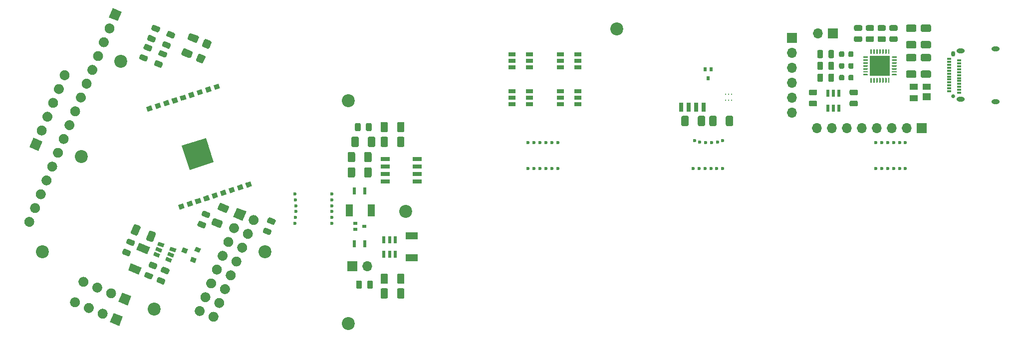
<source format=gbr>
%TF.GenerationSoftware,KiCad,Pcbnew,5.1.6*%
%TF.CreationDate,2020-08-23T11:13:54-07:00*%
%TF.ProjectId,plant_station_v3,706c616e-745f-4737-9461-74696f6e5f76,rev?*%
%TF.SameCoordinates,Original*%
%TF.FileFunction,Soldermask,Top*%
%TF.FilePolarity,Negative*%
%FSLAX46Y46*%
G04 Gerber Fmt 4.6, Leading zero omitted, Abs format (unit mm)*
G04 Created by KiCad (PCBNEW 5.1.6) date 2020-08-23 11:13:54*
%MOMM*%
%LPD*%
G01*
G04 APERTURE LIST*
%ADD10C,0.600000*%
%ADD11O,1.700000X1.700000*%
%ADD12R,1.700000X1.700000*%
%ADD13C,2.200000*%
%ADD14R,0.600000X1.250000*%
%ADD15C,0.100000*%
%ADD16R,1.525000X0.650000*%
%ADD17R,0.500000X1.250000*%
%ADD18R,0.480000X0.640000*%
%ADD19R,0.640000X0.480000*%
%ADD20R,1.300000X0.700000*%
%ADD21R,1.250000X2.000000*%
%ADD22R,3.350000X3.350000*%
%ADD23C,0.260000*%
%ADD24R,0.700000X1.600000*%
%ADD25R,1.400000X1.200000*%
%ADD26R,1.400000X1.000000*%
%ADD27O,1.400000X0.800000*%
%ADD28R,0.700000X0.300000*%
%ADD29O,0.650000X0.950000*%
%ADD30C,0.650000*%
%ADD31R,2.000000X1.250000*%
G04 APERTURE END LIST*
D10*
%TO.C,REF\u002A\u002A*%
X112400000Y-89000000D03*
%TD*%
%TO.C,REF\u002A\u002A*%
X112500000Y-90000000D03*
%TD*%
%TO.C,REF\u002A\u002A*%
X112600000Y-91000000D03*
%TD*%
%TO.C,REF\u002A\u002A*%
X112600000Y-92000000D03*
%TD*%
%TO.C,REF\u002A\u002A*%
X112500000Y-93000000D03*
%TD*%
%TO.C,REF\u002A\u002A*%
X112400000Y-94000000D03*
%TD*%
%TO.C,REF\u002A\u002A*%
X118700000Y-94000000D03*
%TD*%
%TO.C,REF\u002A\u002A*%
X118700000Y-93000000D03*
%TD*%
%TO.C,REF\u002A\u002A*%
X118700000Y-92000000D03*
%TD*%
%TO.C,REF\u002A\u002A*%
X118700000Y-91000000D03*
%TD*%
%TO.C,REF\u002A\u002A*%
X118700000Y-90000000D03*
%TD*%
%TO.C,REF\u002A\u002A*%
X118700000Y-89000000D03*
%TD*%
%TO.C,REF\u002A\u002A*%
X152000000Y-80300000D03*
%TD*%
%TO.C,REF\u002A\u002A*%
X153000000Y-80300000D03*
%TD*%
%TO.C,REF\u002A\u002A*%
X154000000Y-80300000D03*
%TD*%
%TO.C,REF\u002A\u002A*%
X155000000Y-80300000D03*
%TD*%
%TO.C,REF\u002A\u002A*%
X156000000Y-80300000D03*
%TD*%
%TO.C,REF\u002A\u002A*%
X157000000Y-80300000D03*
%TD*%
%TO.C,REF\u002A\u002A*%
X157000000Y-84700000D03*
%TD*%
%TO.C,REF\u002A\u002A*%
X156000000Y-84700000D03*
%TD*%
%TO.C,REF\u002A\u002A*%
X155000000Y-84700000D03*
%TD*%
%TO.C,REF\u002A\u002A*%
X154000000Y-84700000D03*
%TD*%
%TO.C,REF\u002A\u002A*%
X153000000Y-84700000D03*
%TD*%
%TO.C,REF\u002A\u002A*%
X152000000Y-84700000D03*
%TD*%
%TO.C,REF\u002A\u002A*%
X180200000Y-79900000D03*
%TD*%
%TO.C,REF\u002A\u002A*%
X181100000Y-80200000D03*
%TD*%
%TO.C,REF\u002A\u002A*%
X182100000Y-80300000D03*
%TD*%
%TO.C,REF\u002A\u002A*%
X183100000Y-80300000D03*
%TD*%
%TO.C,REF\u002A\u002A*%
X184100000Y-80200000D03*
%TD*%
%TO.C,REF\u002A\u002A*%
X185000000Y-79900000D03*
%TD*%
%TO.C,REF\u002A\u002A*%
X185000000Y-84700000D03*
%TD*%
%TO.C,REF\u002A\u002A*%
X184000000Y-84700000D03*
%TD*%
%TO.C,REF\u002A\u002A*%
X183000000Y-84700000D03*
%TD*%
%TO.C,REF\u002A\u002A*%
X182000000Y-84700000D03*
%TD*%
%TO.C,REF\u002A\u002A*%
X181000000Y-84700000D03*
%TD*%
%TO.C,REF\u002A\u002A*%
X180000000Y-84700000D03*
%TD*%
%TO.C,REF\u002A\u002A*%
X216000000Y-80300000D03*
%TD*%
%TO.C,REF\u002A\u002A*%
X215000000Y-80300000D03*
%TD*%
%TO.C,REF\u002A\u002A*%
X214000000Y-80300000D03*
%TD*%
%TO.C,REF\u002A\u002A*%
X213000000Y-80300000D03*
%TD*%
%TO.C,REF\u002A\u002A*%
X212000000Y-80300000D03*
%TD*%
%TO.C,REF\u002A\u002A*%
X211000000Y-80300000D03*
%TD*%
%TO.C,REF\u002A\u002A*%
X216000000Y-84700000D03*
%TD*%
%TO.C,REF\u002A\u002A*%
X215000000Y-84700000D03*
%TD*%
%TO.C,REF\u002A\u002A*%
X214000000Y-84700000D03*
%TD*%
%TO.C,REF\u002A\u002A*%
X213000000Y-84700000D03*
%TD*%
%TO.C,REF\u002A\u002A*%
X212000000Y-84700000D03*
%TD*%
%TO.C,REF\u002A\u002A*%
X211000000Y-84700000D03*
%TD*%
D11*
%TO.C,J7*%
X200995000Y-77855000D03*
X203535000Y-77855000D03*
X206075000Y-77855000D03*
X208615000Y-77855000D03*
X211155000Y-77855000D03*
X213695000Y-77855000D03*
X216235000Y-77855000D03*
D12*
X218775000Y-77855000D03*
%TD*%
D13*
%TO.C,REF\u002A\u002A*%
X167005000Y-60990000D03*
%TD*%
D14*
%TO.C,FB1*%
X122500000Y-88474375D03*
X124300000Y-88474375D03*
%TD*%
D13*
%TO.C,REF\u002A\u002A*%
X121475000Y-73200000D03*
%TD*%
%TO.C,REF\u002A\u002A*%
X131195000Y-92000000D03*
%TD*%
%TO.C,REF\u002A\u002A*%
X121475000Y-111000000D03*
%TD*%
%TO.C,R10*%
G36*
G01*
X96840175Y-94836517D02*
X95997135Y-94487318D01*
G75*
G02*
X95865218Y-94168843I93279J225196D01*
G01*
X96051776Y-93718452D01*
G75*
G02*
X96370251Y-93586535I225196J-93279D01*
G01*
X97213291Y-93935734D01*
G75*
G02*
X97345208Y-94254209I-93279J-225196D01*
G01*
X97158650Y-94704600D01*
G75*
G02*
X96840175Y-94836517I-225196J93279D01*
G01*
G37*
G36*
G01*
X97557707Y-93104243D02*
X96714667Y-92755044D01*
G75*
G02*
X96582750Y-92436569I93279J225196D01*
G01*
X96769308Y-91986178D01*
G75*
G02*
X97087783Y-91854261I225196J-93279D01*
G01*
X97930823Y-92203460D01*
G75*
G02*
X98062740Y-92521935I-93279J-225196D01*
G01*
X97876182Y-92972326D01*
G75*
G02*
X97557707Y-93104243I-225196J93279D01*
G01*
G37*
%TD*%
%TO.C,C6*%
G36*
G01*
X100613468Y-92178138D02*
X99458618Y-91699784D01*
G75*
G02*
X99323319Y-91373143I95671J230970D01*
G01*
X99610332Y-90680233D01*
G75*
G02*
X99936973Y-90544934I230970J-95671D01*
G01*
X101091822Y-91023288D01*
G75*
G02*
X101227121Y-91349929I-95671J-230970D01*
G01*
X100940108Y-92042839D01*
G75*
G02*
X100613467Y-92178138I-230970J95671D01*
G01*
G37*
G36*
G01*
X99541954Y-94765000D02*
X98387104Y-94286646D01*
G75*
G02*
X98251805Y-93960005I95671J230970D01*
G01*
X98538818Y-93267095D01*
G75*
G02*
X98865459Y-93131796I230970J-95671D01*
G01*
X100020308Y-93610150D01*
G75*
G02*
X100155607Y-93936791I-95671J-230970D01*
G01*
X99868594Y-94629701D01*
G75*
G02*
X99541953Y-94765000I-230970J95671D01*
G01*
G37*
%TD*%
D15*
%TO.C,J17*%
G36*
X83047877Y-58085963D02*
G01*
X82397315Y-59656559D01*
X80826719Y-59005997D01*
X81477281Y-57435401D01*
X83047877Y-58085963D01*
G37*
G36*
G01*
X81750580Y-61217915D02*
X81750580Y-61217915D01*
G75*
G02*
X80640001Y-61677932I-785298J325281D01*
G01*
X80640001Y-61677932D01*
G75*
G02*
X80179984Y-60567353I325281J785298D01*
G01*
X80179984Y-60567353D01*
G75*
G02*
X81290563Y-60107336I785298J-325281D01*
G01*
X81290563Y-60107336D01*
G75*
G02*
X81750580Y-61217915I-325281J-785298D01*
G01*
G37*
G36*
G01*
X80778564Y-63564569D02*
X80778564Y-63564569D01*
G75*
G02*
X79667985Y-64024586I-785298J325281D01*
G01*
X79667985Y-64024586D01*
G75*
G02*
X79207968Y-62914007I325281J785298D01*
G01*
X79207968Y-62914007D01*
G75*
G02*
X80318547Y-62453990I785298J-325281D01*
G01*
X80318547Y-62453990D01*
G75*
G02*
X80778564Y-63564569I-325281J-785298D01*
G01*
G37*
G36*
G01*
X79806548Y-65911223D02*
X79806548Y-65911223D01*
G75*
G02*
X78695969Y-66371240I-785298J325281D01*
G01*
X78695969Y-66371240D01*
G75*
G02*
X78235952Y-65260661I325281J785298D01*
G01*
X78235952Y-65260661D01*
G75*
G02*
X79346531Y-64800644I785298J-325281D01*
G01*
X79346531Y-64800644D01*
G75*
G02*
X79806548Y-65911223I-325281J-785298D01*
G01*
G37*
G36*
G01*
X78834532Y-68257877D02*
X78834532Y-68257877D01*
G75*
G02*
X77723953Y-68717894I-785298J325281D01*
G01*
X77723953Y-68717894D01*
G75*
G02*
X77263936Y-67607315I325281J785298D01*
G01*
X77263936Y-67607315D01*
G75*
G02*
X78374515Y-67147298I785298J-325281D01*
G01*
X78374515Y-67147298D01*
G75*
G02*
X78834532Y-68257877I-325281J-785298D01*
G01*
G37*
G36*
G01*
X77862516Y-70604531D02*
X77862516Y-70604531D01*
G75*
G02*
X76751937Y-71064548I-785298J325281D01*
G01*
X76751937Y-71064548D01*
G75*
G02*
X76291920Y-69953969I325281J785298D01*
G01*
X76291920Y-69953969D01*
G75*
G02*
X77402499Y-69493952I785298J-325281D01*
G01*
X77402499Y-69493952D01*
G75*
G02*
X77862516Y-70604531I-325281J-785298D01*
G01*
G37*
G36*
G01*
X76890500Y-72951185D02*
X76890500Y-72951185D01*
G75*
G02*
X75779921Y-73411202I-785298J325281D01*
G01*
X75779921Y-73411202D01*
G75*
G02*
X75319904Y-72300623I325281J785298D01*
G01*
X75319904Y-72300623D01*
G75*
G02*
X76430483Y-71840606I785298J-325281D01*
G01*
X76430483Y-71840606D01*
G75*
G02*
X76890500Y-72951185I-325281J-785298D01*
G01*
G37*
G36*
G01*
X75918485Y-75297839D02*
X75918485Y-75297839D01*
G75*
G02*
X74807906Y-75757856I-785298J325281D01*
G01*
X74807906Y-75757856D01*
G75*
G02*
X74347889Y-74647277I325281J785298D01*
G01*
X74347889Y-74647277D01*
G75*
G02*
X75458468Y-74187260I785298J-325281D01*
G01*
X75458468Y-74187260D01*
G75*
G02*
X75918485Y-75297839I-325281J-785298D01*
G01*
G37*
G36*
G01*
X74946469Y-77644493D02*
X74946469Y-77644493D01*
G75*
G02*
X73835890Y-78104510I-785298J325281D01*
G01*
X73835890Y-78104510D01*
G75*
G02*
X73375873Y-76993931I325281J785298D01*
G01*
X73375873Y-76993931D01*
G75*
G02*
X74486452Y-76533914I785298J-325281D01*
G01*
X74486452Y-76533914D01*
G75*
G02*
X74946469Y-77644493I-325281J-785298D01*
G01*
G37*
G36*
G01*
X73974453Y-79991147D02*
X73974453Y-79991147D01*
G75*
G02*
X72863874Y-80451164I-785298J325281D01*
G01*
X72863874Y-80451164D01*
G75*
G02*
X72403857Y-79340585I325281J785298D01*
G01*
X72403857Y-79340585D01*
G75*
G02*
X73514436Y-78880568I785298J-325281D01*
G01*
X73514436Y-78880568D01*
G75*
G02*
X73974453Y-79991147I-325281J-785298D01*
G01*
G37*
G36*
G01*
X73002437Y-82337801D02*
X73002437Y-82337801D01*
G75*
G02*
X71891858Y-82797818I-785298J325281D01*
G01*
X71891858Y-82797818D01*
G75*
G02*
X71431841Y-81687239I325281J785298D01*
G01*
X71431841Y-81687239D01*
G75*
G02*
X72542420Y-81227222I785298J-325281D01*
G01*
X72542420Y-81227222D01*
G75*
G02*
X73002437Y-82337801I-325281J-785298D01*
G01*
G37*
G36*
G01*
X72030421Y-84684455D02*
X72030421Y-84684455D01*
G75*
G02*
X70919842Y-85144472I-785298J325281D01*
G01*
X70919842Y-85144472D01*
G75*
G02*
X70459825Y-84033893I325281J785298D01*
G01*
X70459825Y-84033893D01*
G75*
G02*
X71570404Y-83573876I785298J-325281D01*
G01*
X71570404Y-83573876D01*
G75*
G02*
X72030421Y-84684455I-325281J-785298D01*
G01*
G37*
G36*
G01*
X71058405Y-87031109D02*
X71058405Y-87031109D01*
G75*
G02*
X69947826Y-87491126I-785298J325281D01*
G01*
X69947826Y-87491126D01*
G75*
G02*
X69487809Y-86380547I325281J785298D01*
G01*
X69487809Y-86380547D01*
G75*
G02*
X70598388Y-85920530I785298J-325281D01*
G01*
X70598388Y-85920530D01*
G75*
G02*
X71058405Y-87031109I-325281J-785298D01*
G01*
G37*
G36*
G01*
X70086389Y-89377763D02*
X70086389Y-89377763D01*
G75*
G02*
X68975810Y-89837780I-785298J325281D01*
G01*
X68975810Y-89837780D01*
G75*
G02*
X68515793Y-88727201I325281J785298D01*
G01*
X68515793Y-88727201D01*
G75*
G02*
X69626372Y-88267184I785298J-325281D01*
G01*
X69626372Y-88267184D01*
G75*
G02*
X70086389Y-89377763I-325281J-785298D01*
G01*
G37*
G36*
G01*
X69114373Y-91724417D02*
X69114373Y-91724417D01*
G75*
G02*
X68003794Y-92184434I-785298J325281D01*
G01*
X68003794Y-92184434D01*
G75*
G02*
X67543777Y-91073855I325281J785298D01*
G01*
X67543777Y-91073855D01*
G75*
G02*
X68654356Y-90613838I785298J-325281D01*
G01*
X68654356Y-90613838D01*
G75*
G02*
X69114373Y-91724417I-325281J-785298D01*
G01*
G37*
G36*
G01*
X68142357Y-94071071D02*
X68142357Y-94071071D01*
G75*
G02*
X67031778Y-94531088I-785298J325281D01*
G01*
X67031778Y-94531088D01*
G75*
G02*
X66571761Y-93420509I325281J785298D01*
G01*
X66571761Y-93420509D01*
G75*
G02*
X67682340Y-92960492I785298J-325281D01*
G01*
X67682340Y-92960492D01*
G75*
G02*
X68142357Y-94071071I-325281J-785298D01*
G01*
G37*
%TD*%
D16*
%TO.C,IC3*%
X127763000Y-86905000D03*
X127763000Y-85635000D03*
X127763000Y-84365000D03*
X127763000Y-83095000D03*
X133187000Y-83095000D03*
X133187000Y-84365000D03*
X133187000Y-85635000D03*
X133187000Y-86905000D03*
%TD*%
%TO.C,R5*%
G36*
G01*
X124675000Y-104856250D02*
X124675000Y-103943750D01*
G75*
G02*
X124918750Y-103700000I243750J0D01*
G01*
X125406250Y-103700000D01*
G75*
G02*
X125650000Y-103943750I0J-243750D01*
G01*
X125650000Y-104856250D01*
G75*
G02*
X125406250Y-105100000I-243750J0D01*
G01*
X124918750Y-105100000D01*
G75*
G02*
X124675000Y-104856250I0J243750D01*
G01*
G37*
G36*
G01*
X122800000Y-104856250D02*
X122800000Y-103943750D01*
G75*
G02*
X123043750Y-103700000I243750J0D01*
G01*
X123531250Y-103700000D01*
G75*
G02*
X123775000Y-103943750I0J-243750D01*
G01*
X123775000Y-104856250D01*
G75*
G02*
X123531250Y-105100000I-243750J0D01*
G01*
X123043750Y-105100000D01*
G75*
G02*
X122800000Y-104856250I0J243750D01*
G01*
G37*
%TD*%
%TO.C,R4*%
G36*
G01*
X129750000Y-104025000D02*
X129750000Y-102775000D01*
G75*
G02*
X130000000Y-102525000I250000J0D01*
G01*
X130750000Y-102525000D01*
G75*
G02*
X131000000Y-102775000I0J-250000D01*
G01*
X131000000Y-104025000D01*
G75*
G02*
X130750000Y-104275000I-250000J0D01*
G01*
X130000000Y-104275000D01*
G75*
G02*
X129750000Y-104025000I0J250000D01*
G01*
G37*
G36*
G01*
X126950000Y-104025000D02*
X126950000Y-102775000D01*
G75*
G02*
X127200000Y-102525000I250000J0D01*
G01*
X127950000Y-102525000D01*
G75*
G02*
X128200000Y-102775000I0J-250000D01*
G01*
X128200000Y-104025000D01*
G75*
G02*
X127950000Y-104275000I-250000J0D01*
G01*
X127200000Y-104275000D01*
G75*
G02*
X126950000Y-104025000I0J250000D01*
G01*
G37*
%TD*%
D17*
%TO.C,Q5*%
X204725000Y-74400000D03*
X203775000Y-74400000D03*
X202825000Y-74400000D03*
X202825000Y-71900000D03*
X203775000Y-71900000D03*
X204725000Y-71900000D03*
%TD*%
D18*
%TO.C,Q3*%
X182500000Y-69350000D03*
X182000000Y-67850000D03*
X183000000Y-67850000D03*
%TD*%
D19*
%TO.C,Q1*%
X122650000Y-93995625D03*
X122650000Y-94995625D03*
X124150000Y-94495625D03*
%TD*%
D12*
%TO.C,J19*%
X203725000Y-61755000D03*
D11*
X201185000Y-61755000D03*
%TD*%
D12*
%TO.C,J16*%
X196725000Y-62467500D03*
D11*
X196725000Y-65007500D03*
X196725000Y-67547500D03*
X196725000Y-70087500D03*
X196725000Y-72627500D03*
X196725000Y-75167500D03*
%TD*%
D15*
%TO.C,J10*%
G36*
X83116801Y-105739769D02*
G01*
X84687397Y-106390331D01*
X84036835Y-107960927D01*
X82466239Y-107310365D01*
X83116801Y-105739769D01*
G37*
G36*
G01*
X81555445Y-105093034D02*
X81555445Y-105093034D01*
G75*
G02*
X82015462Y-106203613I-325281J-785298D01*
G01*
X82015462Y-106203613D01*
G75*
G02*
X80904883Y-106663630I-785298J325281D01*
G01*
X80904883Y-106663630D01*
G75*
G02*
X80444866Y-105553051I325281J785298D01*
G01*
X80444866Y-105553051D01*
G75*
G02*
X81555445Y-105093034I785298J-325281D01*
G01*
G37*
G36*
G01*
X79208791Y-104121018D02*
X79208791Y-104121018D01*
G75*
G02*
X79668808Y-105231597I-325281J-785298D01*
G01*
X79668808Y-105231597D01*
G75*
G02*
X78558229Y-105691614I-785298J325281D01*
G01*
X78558229Y-105691614D01*
G75*
G02*
X78098212Y-104581035I325281J785298D01*
G01*
X78098212Y-104581035D01*
G75*
G02*
X79208791Y-104121018I785298J-325281D01*
G01*
G37*
G36*
G01*
X76862137Y-103149002D02*
X76862137Y-103149002D01*
G75*
G02*
X77322154Y-104259581I-325281J-785298D01*
G01*
X77322154Y-104259581D01*
G75*
G02*
X76211575Y-104719598I-785298J325281D01*
G01*
X76211575Y-104719598D01*
G75*
G02*
X75751558Y-103609019I325281J785298D01*
G01*
X75751558Y-103609019D01*
G75*
G02*
X76862137Y-103149002I785298J-325281D01*
G01*
G37*
%TD*%
%TO.C,J9*%
G36*
G01*
X75427074Y-106613550D02*
X75427074Y-106613550D01*
G75*
G02*
X75887091Y-107724129I-325281J-785298D01*
G01*
X75887091Y-107724129D01*
G75*
G02*
X74776512Y-108184146I-785298J325281D01*
G01*
X74776512Y-108184146D01*
G75*
G02*
X74316495Y-107073567I325281J785298D01*
G01*
X74316495Y-107073567D01*
G75*
G02*
X75427074Y-106613550I785298J-325281D01*
G01*
G37*
G36*
G01*
X77773728Y-107585566D02*
X77773728Y-107585566D01*
G75*
G02*
X78233745Y-108696145I-325281J-785298D01*
G01*
X78233745Y-108696145D01*
G75*
G02*
X77123166Y-109156162I-785298J325281D01*
G01*
X77123166Y-109156162D01*
G75*
G02*
X76663149Y-108045583I325281J785298D01*
G01*
X76663149Y-108045583D01*
G75*
G02*
X77773728Y-107585566I785298J-325281D01*
G01*
G37*
G36*
G01*
X80120382Y-108557582D02*
X80120382Y-108557582D01*
G75*
G02*
X80580399Y-109668161I-325281J-785298D01*
G01*
X80580399Y-109668161D01*
G75*
G02*
X79469820Y-110128178I-785298J325281D01*
G01*
X79469820Y-110128178D01*
G75*
G02*
X79009803Y-109017599I325281J785298D01*
G01*
X79009803Y-109017599D01*
G75*
G02*
X80120382Y-108557582I785298J-325281D01*
G01*
G37*
G36*
X81681738Y-109204317D02*
G01*
X83252334Y-109854879D01*
X82601772Y-111425475D01*
X81031176Y-110774913D01*
X81681738Y-109204317D01*
G37*
%TD*%
D20*
%TO.C,LED1*%
X149250000Y-67520000D03*
X149250000Y-66420000D03*
X149250000Y-65320000D03*
X152200000Y-67520000D03*
X152200000Y-66420000D03*
X152200000Y-65320000D03*
%TD*%
%TO.C,LED2*%
X152200000Y-71570000D03*
X152200000Y-72670000D03*
X152200000Y-73770000D03*
X149250000Y-71570000D03*
X149250000Y-72670000D03*
X149250000Y-73770000D03*
%TD*%
D21*
%TO.C,D10*%
X125403000Y-91777500D03*
X121653000Y-91777500D03*
%TD*%
%TO.C,C13*%
G36*
G01*
X183975000Y-75975000D02*
X183975000Y-77225000D01*
G75*
G02*
X183725000Y-77475000I-250000J0D01*
G01*
X182975000Y-77475000D01*
G75*
G02*
X182725000Y-77225000I0J250000D01*
G01*
X182725000Y-75975000D01*
G75*
G02*
X182975000Y-75725000I250000J0D01*
G01*
X183725000Y-75725000D01*
G75*
G02*
X183975000Y-75975000I0J-250000D01*
G01*
G37*
G36*
G01*
X186775000Y-75975000D02*
X186775000Y-77225000D01*
G75*
G02*
X186525000Y-77475000I-250000J0D01*
G01*
X185775000Y-77475000D01*
G75*
G02*
X185525000Y-77225000I0J250000D01*
G01*
X185525000Y-75975000D01*
G75*
G02*
X185775000Y-75725000I250000J0D01*
G01*
X186525000Y-75725000D01*
G75*
G02*
X186775000Y-75975000I0J-250000D01*
G01*
G37*
%TD*%
%TO.C,C16*%
G36*
G01*
X217600000Y-66475001D02*
X216350000Y-66475001D01*
G75*
G02*
X216100000Y-66225001I0J250000D01*
G01*
X216100000Y-65475001D01*
G75*
G02*
X216350000Y-65225001I250000J0D01*
G01*
X217600000Y-65225001D01*
G75*
G02*
X217850000Y-65475001I0J-250000D01*
G01*
X217850000Y-66225001D01*
G75*
G02*
X217600000Y-66475001I-250000J0D01*
G01*
G37*
G36*
G01*
X217600000Y-69275001D02*
X216350000Y-69275001D01*
G75*
G02*
X216100000Y-69025001I0J250000D01*
G01*
X216100000Y-68275001D01*
G75*
G02*
X216350000Y-68025001I250000J0D01*
G01*
X217600000Y-68025001D01*
G75*
G02*
X217850000Y-68275001I0J-250000D01*
G01*
X217850000Y-69025001D01*
G75*
G02*
X217600000Y-69275001I-250000J0D01*
G01*
G37*
%TD*%
D12*
%TO.C,J18*%
X122125000Y-101311875D03*
D11*
X124665000Y-101311875D03*
%TD*%
%TO.C,C15*%
G36*
G01*
X218850000Y-68030000D02*
X220100000Y-68030000D01*
G75*
G02*
X220350000Y-68280000I0J-250000D01*
G01*
X220350000Y-69030000D01*
G75*
G02*
X220100000Y-69280000I-250000J0D01*
G01*
X218850000Y-69280000D01*
G75*
G02*
X218600000Y-69030000I0J250000D01*
G01*
X218600000Y-68280000D01*
G75*
G02*
X218850000Y-68030000I250000J0D01*
G01*
G37*
G36*
G01*
X218850000Y-65230000D02*
X220100000Y-65230000D01*
G75*
G02*
X220350000Y-65480000I0J-250000D01*
G01*
X220350000Y-66230000D01*
G75*
G02*
X220100000Y-66480000I-250000J0D01*
G01*
X218850000Y-66480000D01*
G75*
G02*
X218600000Y-66230000I0J250000D01*
G01*
X218600000Y-65480000D01*
G75*
G02*
X218850000Y-65230000I250000J0D01*
G01*
G37*
%TD*%
%TO.C,C7*%
G36*
G01*
X125425000Y-84721250D02*
X125425000Y-85971250D01*
G75*
G02*
X125175000Y-86221250I-250000J0D01*
G01*
X124425000Y-86221250D01*
G75*
G02*
X124175000Y-85971250I0J250000D01*
G01*
X124175000Y-84721250D01*
G75*
G02*
X124425000Y-84471250I250000J0D01*
G01*
X125175000Y-84471250D01*
G75*
G02*
X125425000Y-84721250I0J-250000D01*
G01*
G37*
G36*
G01*
X122625000Y-84721250D02*
X122625000Y-85971250D01*
G75*
G02*
X122375000Y-86221250I-250000J0D01*
G01*
X121625000Y-86221250D01*
G75*
G02*
X121375000Y-85971250I0J250000D01*
G01*
X121375000Y-84721250D01*
G75*
G02*
X121625000Y-84471250I250000J0D01*
G01*
X122375000Y-84471250D01*
G75*
G02*
X122625000Y-84721250I0J-250000D01*
G01*
G37*
%TD*%
%TO.C,C11*%
G36*
G01*
X217600000Y-61480000D02*
X216350000Y-61480000D01*
G75*
G02*
X216100000Y-61230000I0J250000D01*
G01*
X216100000Y-60480000D01*
G75*
G02*
X216350000Y-60230000I250000J0D01*
G01*
X217600000Y-60230000D01*
G75*
G02*
X217850000Y-60480000I0J-250000D01*
G01*
X217850000Y-61230000D01*
G75*
G02*
X217600000Y-61480000I-250000J0D01*
G01*
G37*
G36*
G01*
X217600000Y-64280000D02*
X216350000Y-64280000D01*
G75*
G02*
X216100000Y-64030000I0J250000D01*
G01*
X216100000Y-63280000D01*
G75*
G02*
X216350000Y-63030000I250000J0D01*
G01*
X217600000Y-63030000D01*
G75*
G02*
X217850000Y-63280000I0J-250000D01*
G01*
X217850000Y-64030000D01*
G75*
G02*
X217600000Y-64280000I-250000J0D01*
G01*
G37*
%TD*%
%TO.C,C4*%
G36*
G01*
X129750000Y-106525000D02*
X129750000Y-105275000D01*
G75*
G02*
X130000000Y-105025000I250000J0D01*
G01*
X130750000Y-105025000D01*
G75*
G02*
X131000000Y-105275000I0J-250000D01*
G01*
X131000000Y-106525000D01*
G75*
G02*
X130750000Y-106775000I-250000J0D01*
G01*
X130000000Y-106775000D01*
G75*
G02*
X129750000Y-106525000I0J250000D01*
G01*
G37*
G36*
G01*
X126950000Y-106525000D02*
X126950000Y-105275000D01*
G75*
G02*
X127200000Y-105025000I250000J0D01*
G01*
X127950000Y-105025000D01*
G75*
G02*
X128200000Y-105275000I0J-250000D01*
G01*
X128200000Y-106525000D01*
G75*
G02*
X127950000Y-106775000I-250000J0D01*
G01*
X127200000Y-106775000D01*
G75*
G02*
X126950000Y-106525000I0J250000D01*
G01*
G37*
%TD*%
D20*
%TO.C,LED3*%
X160450000Y-65320000D03*
X160450000Y-66420000D03*
X160450000Y-67520000D03*
X157500000Y-65320000D03*
X157500000Y-66420000D03*
X157500000Y-67520000D03*
%TD*%
%TO.C,D4*%
G36*
G01*
X207200000Y-68998750D02*
X207200000Y-69511250D01*
G75*
G02*
X206981250Y-69730000I-218750J0D01*
G01*
X206543750Y-69730000D01*
G75*
G02*
X206325000Y-69511250I0J218750D01*
G01*
X206325000Y-68998750D01*
G75*
G02*
X206543750Y-68780000I218750J0D01*
G01*
X206981250Y-68780000D01*
G75*
G02*
X207200000Y-68998750I0J-218750D01*
G01*
G37*
G36*
G01*
X205625000Y-68998750D02*
X205625000Y-69511250D01*
G75*
G02*
X205406250Y-69730000I-218750J0D01*
G01*
X204968750Y-69730000D01*
G75*
G02*
X204750000Y-69511250I0J218750D01*
G01*
X204750000Y-68998750D01*
G75*
G02*
X204968750Y-68780000I218750J0D01*
G01*
X205406250Y-68780000D01*
G75*
G02*
X205625000Y-68998750I0J-218750D01*
G01*
G37*
%TD*%
%TO.C,D3*%
G36*
G01*
X205625000Y-64998750D02*
X205625000Y-65511250D01*
G75*
G02*
X205406250Y-65730000I-218750J0D01*
G01*
X204968750Y-65730000D01*
G75*
G02*
X204750000Y-65511250I0J218750D01*
G01*
X204750000Y-64998750D01*
G75*
G02*
X204968750Y-64780000I218750J0D01*
G01*
X205406250Y-64780000D01*
G75*
G02*
X205625000Y-64998750I0J-218750D01*
G01*
G37*
G36*
G01*
X207200000Y-64998750D02*
X207200000Y-65511250D01*
G75*
G02*
X206981250Y-65730000I-218750J0D01*
G01*
X206543750Y-65730000D01*
G75*
G02*
X206325000Y-65511250I0J218750D01*
G01*
X206325000Y-64998750D01*
G75*
G02*
X206543750Y-64780000I218750J0D01*
G01*
X206981250Y-64780000D01*
G75*
G02*
X207200000Y-64998750I0J-218750D01*
G01*
G37*
%TD*%
%TO.C,C5*%
G36*
G01*
X129750000Y-80775000D02*
X129750000Y-79525000D01*
G75*
G02*
X130000000Y-79275000I250000J0D01*
G01*
X130750000Y-79275000D01*
G75*
G02*
X131000000Y-79525000I0J-250000D01*
G01*
X131000000Y-80775000D01*
G75*
G02*
X130750000Y-81025000I-250000J0D01*
G01*
X130000000Y-81025000D01*
G75*
G02*
X129750000Y-80775000I0J250000D01*
G01*
G37*
G36*
G01*
X126950000Y-80775000D02*
X126950000Y-79525000D01*
G75*
G02*
X127200000Y-79275000I250000J0D01*
G01*
X127950000Y-79275000D01*
G75*
G02*
X128200000Y-79525000I0J-250000D01*
G01*
X128200000Y-80775000D01*
G75*
G02*
X127950000Y-81025000I-250000J0D01*
G01*
X127200000Y-81025000D01*
G75*
G02*
X126950000Y-80775000I0J250000D01*
G01*
G37*
%TD*%
%TO.C,D11*%
G36*
G01*
X207200000Y-66998750D02*
X207200000Y-67511250D01*
G75*
G02*
X206981250Y-67730000I-218750J0D01*
G01*
X206543750Y-67730000D01*
G75*
G02*
X206325000Y-67511250I0J218750D01*
G01*
X206325000Y-66998750D01*
G75*
G02*
X206543750Y-66780000I218750J0D01*
G01*
X206981250Y-66780000D01*
G75*
G02*
X207200000Y-66998750I0J-218750D01*
G01*
G37*
G36*
G01*
X205625000Y-66998750D02*
X205625000Y-67511250D01*
G75*
G02*
X205406250Y-67730000I-218750J0D01*
G01*
X204968750Y-67730000D01*
G75*
G02*
X204750000Y-67511250I0J218750D01*
G01*
X204750000Y-66998750D01*
G75*
G02*
X204968750Y-66780000I218750J0D01*
G01*
X205406250Y-66780000D01*
G75*
G02*
X205625000Y-66998750I0J-218750D01*
G01*
G37*
%TD*%
%TO.C,C12*%
G36*
G01*
X218850000Y-63030000D02*
X220100000Y-63030000D01*
G75*
G02*
X220350000Y-63280000I0J-250000D01*
G01*
X220350000Y-64030000D01*
G75*
G02*
X220100000Y-64280000I-250000J0D01*
G01*
X218850000Y-64280000D01*
G75*
G02*
X218600000Y-64030000I0J250000D01*
G01*
X218600000Y-63280000D01*
G75*
G02*
X218850000Y-63030000I250000J0D01*
G01*
G37*
G36*
G01*
X218850000Y-60230000D02*
X220100000Y-60230000D01*
G75*
G02*
X220350000Y-60480000I0J-250000D01*
G01*
X220350000Y-61230000D01*
G75*
G02*
X220100000Y-61480000I-250000J0D01*
G01*
X218850000Y-61480000D01*
G75*
G02*
X218600000Y-61230000I0J250000D01*
G01*
X218600000Y-60480000D01*
G75*
G02*
X218850000Y-60230000I250000J0D01*
G01*
G37*
%TD*%
D22*
%TO.C,U6*%
X211675000Y-67255000D03*
G36*
G01*
X213300000Y-69367500D02*
X213300000Y-70042500D01*
G75*
G02*
X213237500Y-70105000I-62500J0D01*
G01*
X213112500Y-70105000D01*
G75*
G02*
X213050000Y-70042500I0J62500D01*
G01*
X213050000Y-69367500D01*
G75*
G02*
X213112500Y-69305000I62500J0D01*
G01*
X213237500Y-69305000D01*
G75*
G02*
X213300000Y-69367500I0J-62500D01*
G01*
G37*
G36*
G01*
X212800000Y-69367500D02*
X212800000Y-70042500D01*
G75*
G02*
X212737500Y-70105000I-62500J0D01*
G01*
X212612500Y-70105000D01*
G75*
G02*
X212550000Y-70042500I0J62500D01*
G01*
X212550000Y-69367500D01*
G75*
G02*
X212612500Y-69305000I62500J0D01*
G01*
X212737500Y-69305000D01*
G75*
G02*
X212800000Y-69367500I0J-62500D01*
G01*
G37*
G36*
G01*
X212300000Y-69367500D02*
X212300000Y-70042500D01*
G75*
G02*
X212237500Y-70105000I-62500J0D01*
G01*
X212112500Y-70105000D01*
G75*
G02*
X212050000Y-70042500I0J62500D01*
G01*
X212050000Y-69367500D01*
G75*
G02*
X212112500Y-69305000I62500J0D01*
G01*
X212237500Y-69305000D01*
G75*
G02*
X212300000Y-69367500I0J-62500D01*
G01*
G37*
G36*
G01*
X211800000Y-69367500D02*
X211800000Y-70042500D01*
G75*
G02*
X211737500Y-70105000I-62500J0D01*
G01*
X211612500Y-70105000D01*
G75*
G02*
X211550000Y-70042500I0J62500D01*
G01*
X211550000Y-69367500D01*
G75*
G02*
X211612500Y-69305000I62500J0D01*
G01*
X211737500Y-69305000D01*
G75*
G02*
X211800000Y-69367500I0J-62500D01*
G01*
G37*
G36*
G01*
X211300000Y-69367500D02*
X211300000Y-70042500D01*
G75*
G02*
X211237500Y-70105000I-62500J0D01*
G01*
X211112500Y-70105000D01*
G75*
G02*
X211050000Y-70042500I0J62500D01*
G01*
X211050000Y-69367500D01*
G75*
G02*
X211112500Y-69305000I62500J0D01*
G01*
X211237500Y-69305000D01*
G75*
G02*
X211300000Y-69367500I0J-62500D01*
G01*
G37*
G36*
G01*
X210800000Y-69367500D02*
X210800000Y-70042500D01*
G75*
G02*
X210737500Y-70105000I-62500J0D01*
G01*
X210612500Y-70105000D01*
G75*
G02*
X210550000Y-70042500I0J62500D01*
G01*
X210550000Y-69367500D01*
G75*
G02*
X210612500Y-69305000I62500J0D01*
G01*
X210737500Y-69305000D01*
G75*
G02*
X210800000Y-69367500I0J-62500D01*
G01*
G37*
G36*
G01*
X210300000Y-69367500D02*
X210300000Y-70042500D01*
G75*
G02*
X210237500Y-70105000I-62500J0D01*
G01*
X210112500Y-70105000D01*
G75*
G02*
X210050000Y-70042500I0J62500D01*
G01*
X210050000Y-69367500D01*
G75*
G02*
X210112500Y-69305000I62500J0D01*
G01*
X210237500Y-69305000D01*
G75*
G02*
X210300000Y-69367500I0J-62500D01*
G01*
G37*
G36*
G01*
X209625000Y-68692500D02*
X209625000Y-68817500D01*
G75*
G02*
X209562500Y-68880000I-62500J0D01*
G01*
X208887500Y-68880000D01*
G75*
G02*
X208825000Y-68817500I0J62500D01*
G01*
X208825000Y-68692500D01*
G75*
G02*
X208887500Y-68630000I62500J0D01*
G01*
X209562500Y-68630000D01*
G75*
G02*
X209625000Y-68692500I0J-62500D01*
G01*
G37*
G36*
G01*
X209625000Y-68192500D02*
X209625000Y-68317500D01*
G75*
G02*
X209562500Y-68380000I-62500J0D01*
G01*
X208887500Y-68380000D01*
G75*
G02*
X208825000Y-68317500I0J62500D01*
G01*
X208825000Y-68192500D01*
G75*
G02*
X208887500Y-68130000I62500J0D01*
G01*
X209562500Y-68130000D01*
G75*
G02*
X209625000Y-68192500I0J-62500D01*
G01*
G37*
G36*
G01*
X209625000Y-67692500D02*
X209625000Y-67817500D01*
G75*
G02*
X209562500Y-67880000I-62500J0D01*
G01*
X208887500Y-67880000D01*
G75*
G02*
X208825000Y-67817500I0J62500D01*
G01*
X208825000Y-67692500D01*
G75*
G02*
X208887500Y-67630000I62500J0D01*
G01*
X209562500Y-67630000D01*
G75*
G02*
X209625000Y-67692500I0J-62500D01*
G01*
G37*
G36*
G01*
X209625000Y-67192500D02*
X209625000Y-67317500D01*
G75*
G02*
X209562500Y-67380000I-62500J0D01*
G01*
X208887500Y-67380000D01*
G75*
G02*
X208825000Y-67317500I0J62500D01*
G01*
X208825000Y-67192500D01*
G75*
G02*
X208887500Y-67130000I62500J0D01*
G01*
X209562500Y-67130000D01*
G75*
G02*
X209625000Y-67192500I0J-62500D01*
G01*
G37*
G36*
G01*
X209625000Y-66692500D02*
X209625000Y-66817500D01*
G75*
G02*
X209562500Y-66880000I-62500J0D01*
G01*
X208887500Y-66880000D01*
G75*
G02*
X208825000Y-66817500I0J62500D01*
G01*
X208825000Y-66692500D01*
G75*
G02*
X208887500Y-66630000I62500J0D01*
G01*
X209562500Y-66630000D01*
G75*
G02*
X209625000Y-66692500I0J-62500D01*
G01*
G37*
G36*
G01*
X209625000Y-66192500D02*
X209625000Y-66317500D01*
G75*
G02*
X209562500Y-66380000I-62500J0D01*
G01*
X208887500Y-66380000D01*
G75*
G02*
X208825000Y-66317500I0J62500D01*
G01*
X208825000Y-66192500D01*
G75*
G02*
X208887500Y-66130000I62500J0D01*
G01*
X209562500Y-66130000D01*
G75*
G02*
X209625000Y-66192500I0J-62500D01*
G01*
G37*
G36*
G01*
X209625000Y-65692500D02*
X209625000Y-65817500D01*
G75*
G02*
X209562500Y-65880000I-62500J0D01*
G01*
X208887500Y-65880000D01*
G75*
G02*
X208825000Y-65817500I0J62500D01*
G01*
X208825000Y-65692500D01*
G75*
G02*
X208887500Y-65630000I62500J0D01*
G01*
X209562500Y-65630000D01*
G75*
G02*
X209625000Y-65692500I0J-62500D01*
G01*
G37*
G36*
G01*
X210300000Y-64467500D02*
X210300000Y-65142500D01*
G75*
G02*
X210237500Y-65205000I-62500J0D01*
G01*
X210112500Y-65205000D01*
G75*
G02*
X210050000Y-65142500I0J62500D01*
G01*
X210050000Y-64467500D01*
G75*
G02*
X210112500Y-64405000I62500J0D01*
G01*
X210237500Y-64405000D01*
G75*
G02*
X210300000Y-64467500I0J-62500D01*
G01*
G37*
G36*
G01*
X210800000Y-64467500D02*
X210800000Y-65142500D01*
G75*
G02*
X210737500Y-65205000I-62500J0D01*
G01*
X210612500Y-65205000D01*
G75*
G02*
X210550000Y-65142500I0J62500D01*
G01*
X210550000Y-64467500D01*
G75*
G02*
X210612500Y-64405000I62500J0D01*
G01*
X210737500Y-64405000D01*
G75*
G02*
X210800000Y-64467500I0J-62500D01*
G01*
G37*
G36*
G01*
X211300000Y-64467500D02*
X211300000Y-65142500D01*
G75*
G02*
X211237500Y-65205000I-62500J0D01*
G01*
X211112500Y-65205000D01*
G75*
G02*
X211050000Y-65142500I0J62500D01*
G01*
X211050000Y-64467500D01*
G75*
G02*
X211112500Y-64405000I62500J0D01*
G01*
X211237500Y-64405000D01*
G75*
G02*
X211300000Y-64467500I0J-62500D01*
G01*
G37*
G36*
G01*
X211800000Y-64467500D02*
X211800000Y-65142500D01*
G75*
G02*
X211737500Y-65205000I-62500J0D01*
G01*
X211612500Y-65205000D01*
G75*
G02*
X211550000Y-65142500I0J62500D01*
G01*
X211550000Y-64467500D01*
G75*
G02*
X211612500Y-64405000I62500J0D01*
G01*
X211737500Y-64405000D01*
G75*
G02*
X211800000Y-64467500I0J-62500D01*
G01*
G37*
G36*
G01*
X212300000Y-64467500D02*
X212300000Y-65142500D01*
G75*
G02*
X212237500Y-65205000I-62500J0D01*
G01*
X212112500Y-65205000D01*
G75*
G02*
X212050000Y-65142500I0J62500D01*
G01*
X212050000Y-64467500D01*
G75*
G02*
X212112500Y-64405000I62500J0D01*
G01*
X212237500Y-64405000D01*
G75*
G02*
X212300000Y-64467500I0J-62500D01*
G01*
G37*
G36*
G01*
X212800000Y-64467500D02*
X212800000Y-65142500D01*
G75*
G02*
X212737500Y-65205000I-62500J0D01*
G01*
X212612500Y-65205000D01*
G75*
G02*
X212550000Y-65142500I0J62500D01*
G01*
X212550000Y-64467500D01*
G75*
G02*
X212612500Y-64405000I62500J0D01*
G01*
X212737500Y-64405000D01*
G75*
G02*
X212800000Y-64467500I0J-62500D01*
G01*
G37*
G36*
G01*
X213300000Y-64467500D02*
X213300000Y-65142500D01*
G75*
G02*
X213237500Y-65205000I-62500J0D01*
G01*
X213112500Y-65205000D01*
G75*
G02*
X213050000Y-65142500I0J62500D01*
G01*
X213050000Y-64467500D01*
G75*
G02*
X213112500Y-64405000I62500J0D01*
G01*
X213237500Y-64405000D01*
G75*
G02*
X213300000Y-64467500I0J-62500D01*
G01*
G37*
G36*
G01*
X214525000Y-65692500D02*
X214525000Y-65817500D01*
G75*
G02*
X214462500Y-65880000I-62500J0D01*
G01*
X213787500Y-65880000D01*
G75*
G02*
X213725000Y-65817500I0J62500D01*
G01*
X213725000Y-65692500D01*
G75*
G02*
X213787500Y-65630000I62500J0D01*
G01*
X214462500Y-65630000D01*
G75*
G02*
X214525000Y-65692500I0J-62500D01*
G01*
G37*
G36*
G01*
X214525000Y-66192500D02*
X214525000Y-66317500D01*
G75*
G02*
X214462500Y-66380000I-62500J0D01*
G01*
X213787500Y-66380000D01*
G75*
G02*
X213725000Y-66317500I0J62500D01*
G01*
X213725000Y-66192500D01*
G75*
G02*
X213787500Y-66130000I62500J0D01*
G01*
X214462500Y-66130000D01*
G75*
G02*
X214525000Y-66192500I0J-62500D01*
G01*
G37*
G36*
G01*
X214525000Y-66692500D02*
X214525000Y-66817500D01*
G75*
G02*
X214462500Y-66880000I-62500J0D01*
G01*
X213787500Y-66880000D01*
G75*
G02*
X213725000Y-66817500I0J62500D01*
G01*
X213725000Y-66692500D01*
G75*
G02*
X213787500Y-66630000I62500J0D01*
G01*
X214462500Y-66630000D01*
G75*
G02*
X214525000Y-66692500I0J-62500D01*
G01*
G37*
G36*
G01*
X214525000Y-67192500D02*
X214525000Y-67317500D01*
G75*
G02*
X214462500Y-67380000I-62500J0D01*
G01*
X213787500Y-67380000D01*
G75*
G02*
X213725000Y-67317500I0J62500D01*
G01*
X213725000Y-67192500D01*
G75*
G02*
X213787500Y-67130000I62500J0D01*
G01*
X214462500Y-67130000D01*
G75*
G02*
X214525000Y-67192500I0J-62500D01*
G01*
G37*
G36*
G01*
X214525000Y-67692500D02*
X214525000Y-67817500D01*
G75*
G02*
X214462500Y-67880000I-62500J0D01*
G01*
X213787500Y-67880000D01*
G75*
G02*
X213725000Y-67817500I0J62500D01*
G01*
X213725000Y-67692500D01*
G75*
G02*
X213787500Y-67630000I62500J0D01*
G01*
X214462500Y-67630000D01*
G75*
G02*
X214525000Y-67692500I0J-62500D01*
G01*
G37*
G36*
G01*
X214525000Y-68192500D02*
X214525000Y-68317500D01*
G75*
G02*
X214462500Y-68380000I-62500J0D01*
G01*
X213787500Y-68380000D01*
G75*
G02*
X213725000Y-68317500I0J62500D01*
G01*
X213725000Y-68192500D01*
G75*
G02*
X213787500Y-68130000I62500J0D01*
G01*
X214462500Y-68130000D01*
G75*
G02*
X214525000Y-68192500I0J-62500D01*
G01*
G37*
G36*
G01*
X214525000Y-68692500D02*
X214525000Y-68817500D01*
G75*
G02*
X214462500Y-68880000I-62500J0D01*
G01*
X213787500Y-68880000D01*
G75*
G02*
X213725000Y-68817500I0J62500D01*
G01*
X213725000Y-68692500D01*
G75*
G02*
X213787500Y-68630000I62500J0D01*
G01*
X214462500Y-68630000D01*
G75*
G02*
X214525000Y-68692500I0J-62500D01*
G01*
G37*
%TD*%
D23*
%TO.C,U1*%
X186500000Y-72100000D03*
X186000000Y-72100000D03*
X185500000Y-72100000D03*
X186500000Y-73100000D03*
X186000000Y-73100000D03*
X185500000Y-73100000D03*
%TD*%
%TO.C,Rb1*%
G36*
G01*
X122000000Y-80775000D02*
X122000000Y-79525000D01*
G75*
G02*
X122250000Y-79275000I250000J0D01*
G01*
X123000000Y-79275000D01*
G75*
G02*
X123250000Y-79525000I0J-250000D01*
G01*
X123250000Y-80775000D01*
G75*
G02*
X123000000Y-81025000I-250000J0D01*
G01*
X122250000Y-81025000D01*
G75*
G02*
X122000000Y-80775000I0J250000D01*
G01*
G37*
G36*
G01*
X124800000Y-80775000D02*
X124800000Y-79525000D01*
G75*
G02*
X125050000Y-79275000I250000J0D01*
G01*
X125800000Y-79275000D01*
G75*
G02*
X126050000Y-79525000I0J-250000D01*
G01*
X126050000Y-80775000D01*
G75*
G02*
X125800000Y-81025000I-250000J0D01*
G01*
X125050000Y-81025000D01*
G75*
G02*
X124800000Y-80775000I0J250000D01*
G01*
G37*
%TD*%
%TO.C,Ra1*%
G36*
G01*
X125450000Y-77193750D02*
X125450000Y-78106250D01*
G75*
G02*
X125206250Y-78350000I-243750J0D01*
G01*
X124718750Y-78350000D01*
G75*
G02*
X124475000Y-78106250I0J243750D01*
G01*
X124475000Y-77193750D01*
G75*
G02*
X124718750Y-76950000I243750J0D01*
G01*
X125206250Y-76950000D01*
G75*
G02*
X125450000Y-77193750I0J-243750D01*
G01*
G37*
G36*
G01*
X123575000Y-77193750D02*
X123575000Y-78106250D01*
G75*
G02*
X123331250Y-78350000I-243750J0D01*
G01*
X122843750Y-78350000D01*
G75*
G02*
X122600000Y-78106250I0J243750D01*
G01*
X122600000Y-77193750D01*
G75*
G02*
X122843750Y-76950000I243750J0D01*
G01*
X123331250Y-76950000D01*
G75*
G02*
X123575000Y-77193750I0J-243750D01*
G01*
G37*
%TD*%
%TO.C,R21*%
G36*
G01*
X200781250Y-72255000D02*
X199868750Y-72255000D01*
G75*
G02*
X199625000Y-72011250I0J243750D01*
G01*
X199625000Y-71523750D01*
G75*
G02*
X199868750Y-71280000I243750J0D01*
G01*
X200781250Y-71280000D01*
G75*
G02*
X201025000Y-71523750I0J-243750D01*
G01*
X201025000Y-72011250D01*
G75*
G02*
X200781250Y-72255000I-243750J0D01*
G01*
G37*
G36*
G01*
X200781250Y-74130000D02*
X199868750Y-74130000D01*
G75*
G02*
X199625000Y-73886250I0J243750D01*
G01*
X199625000Y-73398750D01*
G75*
G02*
X199868750Y-73155000I243750J0D01*
G01*
X200781250Y-73155000D01*
G75*
G02*
X201025000Y-73398750I0J-243750D01*
G01*
X201025000Y-73886250D01*
G75*
G02*
X200781250Y-74130000I-243750J0D01*
G01*
G37*
%TD*%
%TO.C,R20*%
G36*
G01*
X207681250Y-74130000D02*
X206768750Y-74130000D01*
G75*
G02*
X206525000Y-73886250I0J243750D01*
G01*
X206525000Y-73398750D01*
G75*
G02*
X206768750Y-73155000I243750J0D01*
G01*
X207681250Y-73155000D01*
G75*
G02*
X207925000Y-73398750I0J-243750D01*
G01*
X207925000Y-73886250D01*
G75*
G02*
X207681250Y-74130000I-243750J0D01*
G01*
G37*
G36*
G01*
X207681250Y-72255000D02*
X206768750Y-72255000D01*
G75*
G02*
X206525000Y-72011250I0J243750D01*
G01*
X206525000Y-71523750D01*
G75*
G02*
X206768750Y-71280000I243750J0D01*
G01*
X207681250Y-71280000D01*
G75*
G02*
X207925000Y-71523750I0J-243750D01*
G01*
X207925000Y-72011250D01*
G75*
G02*
X207681250Y-72255000I-243750J0D01*
G01*
G37*
%TD*%
%TO.C,R19*%
G36*
G01*
X209518750Y-60330000D02*
X210431250Y-60330000D01*
G75*
G02*
X210675000Y-60573750I0J-243750D01*
G01*
X210675000Y-61061250D01*
G75*
G02*
X210431250Y-61305000I-243750J0D01*
G01*
X209518750Y-61305000D01*
G75*
G02*
X209275000Y-61061250I0J243750D01*
G01*
X209275000Y-60573750D01*
G75*
G02*
X209518750Y-60330000I243750J0D01*
G01*
G37*
G36*
G01*
X209518750Y-62205000D02*
X210431250Y-62205000D01*
G75*
G02*
X210675000Y-62448750I0J-243750D01*
G01*
X210675000Y-62936250D01*
G75*
G02*
X210431250Y-63180000I-243750J0D01*
G01*
X209518750Y-63180000D01*
G75*
G02*
X209275000Y-62936250I0J243750D01*
G01*
X209275000Y-62448750D01*
G75*
G02*
X209518750Y-62205000I243750J0D01*
G01*
G37*
%TD*%
%TO.C,R18*%
G36*
G01*
X214431250Y-63180000D02*
X213518750Y-63180000D01*
G75*
G02*
X213275000Y-62936250I0J243750D01*
G01*
X213275000Y-62448750D01*
G75*
G02*
X213518750Y-62205000I243750J0D01*
G01*
X214431250Y-62205000D01*
G75*
G02*
X214675000Y-62448750I0J-243750D01*
G01*
X214675000Y-62936250D01*
G75*
G02*
X214431250Y-63180000I-243750J0D01*
G01*
G37*
G36*
G01*
X214431250Y-61305000D02*
X213518750Y-61305000D01*
G75*
G02*
X213275000Y-61061250I0J243750D01*
G01*
X213275000Y-60573750D01*
G75*
G02*
X213518750Y-60330000I243750J0D01*
G01*
X214431250Y-60330000D01*
G75*
G02*
X214675000Y-60573750I0J-243750D01*
G01*
X214675000Y-61061250D01*
G75*
G02*
X214431250Y-61305000I-243750J0D01*
G01*
G37*
%TD*%
%TO.C,R16*%
G36*
G01*
X212431250Y-61305000D02*
X211518750Y-61305000D01*
G75*
G02*
X211275000Y-61061250I0J243750D01*
G01*
X211275000Y-60573750D01*
G75*
G02*
X211518750Y-60330000I243750J0D01*
G01*
X212431250Y-60330000D01*
G75*
G02*
X212675000Y-60573750I0J-243750D01*
G01*
X212675000Y-61061250D01*
G75*
G02*
X212431250Y-61305000I-243750J0D01*
G01*
G37*
G36*
G01*
X212431250Y-63180000D02*
X211518750Y-63180000D01*
G75*
G02*
X211275000Y-62936250I0J243750D01*
G01*
X211275000Y-62448750D01*
G75*
G02*
X211518750Y-62205000I243750J0D01*
G01*
X212431250Y-62205000D01*
G75*
G02*
X212675000Y-62448750I0J-243750D01*
G01*
X212675000Y-62936250D01*
G75*
G02*
X212431250Y-63180000I-243750J0D01*
G01*
G37*
%TD*%
%TO.C,R15*%
G36*
G01*
X201050000Y-67711250D02*
X201050000Y-66798750D01*
G75*
G02*
X201293750Y-66555000I243750J0D01*
G01*
X201781250Y-66555000D01*
G75*
G02*
X202025000Y-66798750I0J-243750D01*
G01*
X202025000Y-67711250D01*
G75*
G02*
X201781250Y-67955000I-243750J0D01*
G01*
X201293750Y-67955000D01*
G75*
G02*
X201050000Y-67711250I0J243750D01*
G01*
G37*
G36*
G01*
X202925000Y-67711250D02*
X202925000Y-66798750D01*
G75*
G02*
X203168750Y-66555000I243750J0D01*
G01*
X203656250Y-66555000D01*
G75*
G02*
X203900000Y-66798750I0J-243750D01*
G01*
X203900000Y-67711250D01*
G75*
G02*
X203656250Y-67955000I-243750J0D01*
G01*
X203168750Y-67955000D01*
G75*
G02*
X202925000Y-67711250I0J243750D01*
G01*
G37*
%TD*%
%TO.C,R14*%
G36*
G01*
X202925000Y-69711250D02*
X202925000Y-68798750D01*
G75*
G02*
X203168750Y-68555000I243750J0D01*
G01*
X203656250Y-68555000D01*
G75*
G02*
X203900000Y-68798750I0J-243750D01*
G01*
X203900000Y-69711250D01*
G75*
G02*
X203656250Y-69955000I-243750J0D01*
G01*
X203168750Y-69955000D01*
G75*
G02*
X202925000Y-69711250I0J243750D01*
G01*
G37*
G36*
G01*
X201050000Y-69711250D02*
X201050000Y-68798750D01*
G75*
G02*
X201293750Y-68555000I243750J0D01*
G01*
X201781250Y-68555000D01*
G75*
G02*
X202025000Y-68798750I0J-243750D01*
G01*
X202025000Y-69711250D01*
G75*
G02*
X201781250Y-69955000I-243750J0D01*
G01*
X201293750Y-69955000D01*
G75*
G02*
X201050000Y-69711250I0J243750D01*
G01*
G37*
%TD*%
%TO.C,R11*%
G36*
G01*
X208431250Y-63180000D02*
X207518750Y-63180000D01*
G75*
G02*
X207275000Y-62936250I0J243750D01*
G01*
X207275000Y-62448750D01*
G75*
G02*
X207518750Y-62205000I243750J0D01*
G01*
X208431250Y-62205000D01*
G75*
G02*
X208675000Y-62448750I0J-243750D01*
G01*
X208675000Y-62936250D01*
G75*
G02*
X208431250Y-63180000I-243750J0D01*
G01*
G37*
G36*
G01*
X208431250Y-61305000D02*
X207518750Y-61305000D01*
G75*
G02*
X207275000Y-61061250I0J243750D01*
G01*
X207275000Y-60573750D01*
G75*
G02*
X207518750Y-60330000I243750J0D01*
G01*
X208431250Y-60330000D01*
G75*
G02*
X208675000Y-60573750I0J-243750D01*
G01*
X208675000Y-61061250D01*
G75*
G02*
X208431250Y-61305000I-243750J0D01*
G01*
G37*
%TD*%
%TO.C,R8*%
G36*
G01*
X201050000Y-65711250D02*
X201050000Y-64798750D01*
G75*
G02*
X201293750Y-64555000I243750J0D01*
G01*
X201781250Y-64555000D01*
G75*
G02*
X202025000Y-64798750I0J-243750D01*
G01*
X202025000Y-65711250D01*
G75*
G02*
X201781250Y-65955000I-243750J0D01*
G01*
X201293750Y-65955000D01*
G75*
G02*
X201050000Y-65711250I0J243750D01*
G01*
G37*
G36*
G01*
X202925000Y-65711250D02*
X202925000Y-64798750D01*
G75*
G02*
X203168750Y-64555000I243750J0D01*
G01*
X203656250Y-64555000D01*
G75*
G02*
X203900000Y-64798750I0J-243750D01*
G01*
X203900000Y-65711250D01*
G75*
G02*
X203656250Y-65955000I-243750J0D01*
G01*
X203168750Y-65955000D01*
G75*
G02*
X202925000Y-65711250I0J243750D01*
G01*
G37*
%TD*%
D24*
%TO.C,IC1*%
X181805000Y-74250000D03*
X180535000Y-74250000D03*
X179265000Y-74250000D03*
X177995000Y-74250000D03*
%TD*%
D14*
%TO.C,FB2*%
X124300000Y-97503750D03*
X122500000Y-97503750D03*
%TD*%
D20*
%TO.C,LED4*%
X157500000Y-73770000D03*
X157500000Y-72670000D03*
X157500000Y-71570000D03*
X160450000Y-73770000D03*
X160450000Y-72670000D03*
X160450000Y-71570000D03*
%TD*%
D25*
%TO.C,D5*%
X219575000Y-72525000D03*
D26*
X219575000Y-70805000D03*
X217375000Y-70805000D03*
X217375000Y-72705000D03*
%TD*%
%TO.C,Cref1*%
G36*
G01*
X129750000Y-78275000D02*
X129750000Y-77025000D01*
G75*
G02*
X130000000Y-76775000I250000J0D01*
G01*
X130750000Y-76775000D01*
G75*
G02*
X131000000Y-77025000I0J-250000D01*
G01*
X131000000Y-78275000D01*
G75*
G02*
X130750000Y-78525000I-250000J0D01*
G01*
X130000000Y-78525000D01*
G75*
G02*
X129750000Y-78275000I0J250000D01*
G01*
G37*
G36*
G01*
X126950000Y-78275000D02*
X126950000Y-77025000D01*
G75*
G02*
X127200000Y-76775000I250000J0D01*
G01*
X127950000Y-76775000D01*
G75*
G02*
X128200000Y-77025000I0J-250000D01*
G01*
X128200000Y-78275000D01*
G75*
G02*
X127950000Y-78525000I-250000J0D01*
G01*
X127200000Y-78525000D01*
G75*
G02*
X126950000Y-78275000I0J250000D01*
G01*
G37*
%TD*%
%TO.C,C3*%
G36*
G01*
X121375000Y-83373125D02*
X121375000Y-82123125D01*
G75*
G02*
X121625000Y-81873125I250000J0D01*
G01*
X122375000Y-81873125D01*
G75*
G02*
X122625000Y-82123125I0J-250000D01*
G01*
X122625000Y-83373125D01*
G75*
G02*
X122375000Y-83623125I-250000J0D01*
G01*
X121625000Y-83623125D01*
G75*
G02*
X121375000Y-83373125I0J250000D01*
G01*
G37*
G36*
G01*
X124175000Y-83373125D02*
X124175000Y-82123125D01*
G75*
G02*
X124425000Y-81873125I250000J0D01*
G01*
X125175000Y-81873125D01*
G75*
G02*
X125425000Y-82123125I0J-250000D01*
G01*
X125425000Y-83373125D01*
G75*
G02*
X125175000Y-83623125I-250000J0D01*
G01*
X124425000Y-83623125D01*
G75*
G02*
X124175000Y-83373125I0J250000D01*
G01*
G37*
%TD*%
D15*
%TO.C,J1*%
G36*
X101955414Y-92923408D02*
G01*
X102605976Y-91352812D01*
X104176572Y-92003374D01*
X103526010Y-93573970D01*
X101955414Y-92923408D01*
G37*
G36*
G01*
X104627349Y-93110126D02*
X104627349Y-93110126D01*
G75*
G02*
X105737928Y-92650109I785298J-325281D01*
G01*
X105737928Y-92650109D01*
G75*
G02*
X106197945Y-93760688I-325281J-785298D01*
G01*
X106197945Y-93760688D01*
G75*
G02*
X105087366Y-94220705I-785298J325281D01*
G01*
X105087366Y-94220705D01*
G75*
G02*
X104627349Y-93110126I325281J785298D01*
G01*
G37*
G36*
G01*
X101308679Y-94484764D02*
X101308679Y-94484764D01*
G75*
G02*
X102419258Y-94024747I785298J-325281D01*
G01*
X102419258Y-94024747D01*
G75*
G02*
X102879275Y-95135326I-325281J-785298D01*
G01*
X102879275Y-95135326D01*
G75*
G02*
X101768696Y-95595343I-785298J325281D01*
G01*
X101768696Y-95595343D01*
G75*
G02*
X101308679Y-94484764I325281J785298D01*
G01*
G37*
G36*
G01*
X103655333Y-95456780D02*
X103655333Y-95456780D01*
G75*
G02*
X104765912Y-94996763I785298J-325281D01*
G01*
X104765912Y-94996763D01*
G75*
G02*
X105225929Y-96107342I-325281J-785298D01*
G01*
X105225929Y-96107342D01*
G75*
G02*
X104115350Y-96567359I-785298J325281D01*
G01*
X104115350Y-96567359D01*
G75*
G02*
X103655333Y-95456780I325281J785298D01*
G01*
G37*
G36*
G01*
X100336663Y-96831418D02*
X100336663Y-96831418D01*
G75*
G02*
X101447242Y-96371401I785298J-325281D01*
G01*
X101447242Y-96371401D01*
G75*
G02*
X101907259Y-97481980I-325281J-785298D01*
G01*
X101907259Y-97481980D01*
G75*
G02*
X100796680Y-97941997I-785298J325281D01*
G01*
X100796680Y-97941997D01*
G75*
G02*
X100336663Y-96831418I325281J785298D01*
G01*
G37*
G36*
G01*
X102683317Y-97803434D02*
X102683317Y-97803434D01*
G75*
G02*
X103793896Y-97343417I785298J-325281D01*
G01*
X103793896Y-97343417D01*
G75*
G02*
X104253913Y-98453996I-325281J-785298D01*
G01*
X104253913Y-98453996D01*
G75*
G02*
X103143334Y-98914013I-785298J325281D01*
G01*
X103143334Y-98914013D01*
G75*
G02*
X102683317Y-97803434I325281J785298D01*
G01*
G37*
G36*
G01*
X99364647Y-99178072D02*
X99364647Y-99178072D01*
G75*
G02*
X100475226Y-98718055I785298J-325281D01*
G01*
X100475226Y-98718055D01*
G75*
G02*
X100935243Y-99828634I-325281J-785298D01*
G01*
X100935243Y-99828634D01*
G75*
G02*
X99824664Y-100288651I-785298J325281D01*
G01*
X99824664Y-100288651D01*
G75*
G02*
X99364647Y-99178072I325281J785298D01*
G01*
G37*
G36*
G01*
X101711301Y-100150088D02*
X101711301Y-100150088D01*
G75*
G02*
X102821880Y-99690071I785298J-325281D01*
G01*
X102821880Y-99690071D01*
G75*
G02*
X103281897Y-100800650I-325281J-785298D01*
G01*
X103281897Y-100800650D01*
G75*
G02*
X102171318Y-101260667I-785298J325281D01*
G01*
X102171318Y-101260667D01*
G75*
G02*
X101711301Y-100150088I325281J785298D01*
G01*
G37*
G36*
G01*
X98392631Y-101524726D02*
X98392631Y-101524726D01*
G75*
G02*
X99503210Y-101064709I785298J-325281D01*
G01*
X99503210Y-101064709D01*
G75*
G02*
X99963227Y-102175288I-325281J-785298D01*
G01*
X99963227Y-102175288D01*
G75*
G02*
X98852648Y-102635305I-785298J325281D01*
G01*
X98852648Y-102635305D01*
G75*
G02*
X98392631Y-101524726I325281J785298D01*
G01*
G37*
G36*
G01*
X100739285Y-102496742D02*
X100739285Y-102496742D01*
G75*
G02*
X101849864Y-102036725I785298J-325281D01*
G01*
X101849864Y-102036725D01*
G75*
G02*
X102309881Y-103147304I-325281J-785298D01*
G01*
X102309881Y-103147304D01*
G75*
G02*
X101199302Y-103607321I-785298J325281D01*
G01*
X101199302Y-103607321D01*
G75*
G02*
X100739285Y-102496742I325281J785298D01*
G01*
G37*
G36*
G01*
X97420615Y-103871380D02*
X97420615Y-103871380D01*
G75*
G02*
X98531194Y-103411363I785298J-325281D01*
G01*
X98531194Y-103411363D01*
G75*
G02*
X98991211Y-104521942I-325281J-785298D01*
G01*
X98991211Y-104521942D01*
G75*
G02*
X97880632Y-104981959I-785298J325281D01*
G01*
X97880632Y-104981959D01*
G75*
G02*
X97420615Y-103871380I325281J785298D01*
G01*
G37*
G36*
G01*
X99767269Y-104843396D02*
X99767269Y-104843396D01*
G75*
G02*
X100877848Y-104383379I785298J-325281D01*
G01*
X100877848Y-104383379D01*
G75*
G02*
X101337865Y-105493958I-325281J-785298D01*
G01*
X101337865Y-105493958D01*
G75*
G02*
X100227286Y-105953975I-785298J325281D01*
G01*
X100227286Y-105953975D01*
G75*
G02*
X99767269Y-104843396I325281J785298D01*
G01*
G37*
G36*
G01*
X96448599Y-106218034D02*
X96448599Y-106218034D01*
G75*
G02*
X97559178Y-105758017I785298J-325281D01*
G01*
X97559178Y-105758017D01*
G75*
G02*
X98019195Y-106868596I-325281J-785298D01*
G01*
X98019195Y-106868596D01*
G75*
G02*
X96908616Y-107328613I-785298J325281D01*
G01*
X96908616Y-107328613D01*
G75*
G02*
X96448599Y-106218034I325281J785298D01*
G01*
G37*
G36*
G01*
X98795254Y-107190050D02*
X98795254Y-107190050D01*
G75*
G02*
X99905833Y-106730033I785298J-325281D01*
G01*
X99905833Y-106730033D01*
G75*
G02*
X100365850Y-107840612I-325281J-785298D01*
G01*
X100365850Y-107840612D01*
G75*
G02*
X99255271Y-108300629I-785298J325281D01*
G01*
X99255271Y-108300629D01*
G75*
G02*
X98795254Y-107190050I325281J785298D01*
G01*
G37*
G36*
G01*
X95476584Y-108564688D02*
X95476584Y-108564688D01*
G75*
G02*
X96587163Y-108104671I785298J-325281D01*
G01*
X96587163Y-108104671D01*
G75*
G02*
X97047180Y-109215250I-325281J-785298D01*
G01*
X97047180Y-109215250D01*
G75*
G02*
X95936601Y-109675267I-785298J325281D01*
G01*
X95936601Y-109675267D01*
G75*
G02*
X95476584Y-108564688I325281J785298D01*
G01*
G37*
G36*
G01*
X97823238Y-109536704D02*
X97823238Y-109536704D01*
G75*
G02*
X98933817Y-109076687I785298J-325281D01*
G01*
X98933817Y-109076687D01*
G75*
G02*
X99393834Y-110187266I-325281J-785298D01*
G01*
X99393834Y-110187266D01*
G75*
G02*
X98283255Y-110647283I-785298J325281D01*
G01*
X98283255Y-110647283D01*
G75*
G02*
X97823238Y-109536704I325281J785298D01*
G01*
G37*
%TD*%
D14*
%TO.C,IC4*%
X127525000Y-96750000D03*
X128475000Y-96750000D03*
X129425000Y-96750000D03*
X129425000Y-99250000D03*
X128475000Y-99250000D03*
X127525000Y-99250000D03*
%TD*%
%TO.C,C14*%
G36*
G01*
X180775000Y-77225000D02*
X180775000Y-75975000D01*
G75*
G02*
X181025000Y-75725000I250000J0D01*
G01*
X181775000Y-75725000D01*
G75*
G02*
X182025000Y-75975000I0J-250000D01*
G01*
X182025000Y-77225000D01*
G75*
G02*
X181775000Y-77475000I-250000J0D01*
G01*
X181025000Y-77475000D01*
G75*
G02*
X180775000Y-77225000I0J250000D01*
G01*
G37*
G36*
G01*
X177975000Y-77225000D02*
X177975000Y-75975000D01*
G75*
G02*
X178225000Y-75725000I250000J0D01*
G01*
X178975000Y-75725000D01*
G75*
G02*
X179225000Y-75975000I0J-250000D01*
G01*
X179225000Y-77225000D01*
G75*
G02*
X178975000Y-77475000I-250000J0D01*
G01*
X178225000Y-77475000D01*
G75*
G02*
X177975000Y-77225000I0J250000D01*
G01*
G37*
%TD*%
D27*
%TO.C,P1*%
X225365000Y-72947500D03*
D28*
X223455000Y-71567500D03*
X223455000Y-71067500D03*
X223455000Y-70567500D03*
X223455000Y-70067500D03*
X223455000Y-69567500D03*
X223455000Y-69067500D03*
X223455000Y-68567500D03*
X223455000Y-66067500D03*
X223455000Y-67067500D03*
X223455000Y-67567500D03*
X223455000Y-68067500D03*
X223455000Y-66567500D03*
X225155000Y-66317500D03*
D27*
X225365000Y-64687500D03*
X231315000Y-64327500D03*
X231315000Y-73307500D03*
D29*
X224115000Y-65217500D03*
D30*
X224115000Y-72417500D03*
D28*
X225155000Y-66817500D03*
X225155000Y-67317500D03*
X225155000Y-67817500D03*
X225155000Y-68317500D03*
X225155000Y-68817500D03*
X225155000Y-69317500D03*
X225155000Y-69817500D03*
X225155000Y-70317500D03*
X225155000Y-70817500D03*
X225155000Y-71317500D03*
X225155000Y-71817500D03*
%TD*%
D31*
%TO.C,D1*%
X132225000Y-96125000D03*
X132225000Y-99875000D03*
%TD*%
D13*
%TO.C,REF\u002A\u002A*%
X107328980Y-98825440D03*
%TD*%
%TO.C,REF\u002A\u002A*%
X88548980Y-108545442D03*
%TD*%
%TO.C,REF\u002A\u002A*%
X69558980Y-98825440D03*
%TD*%
%TO.C,REF\u002A\u002A*%
X76218980Y-82635440D03*
%TD*%
%TO.C,REF\u002A\u002A*%
X82898979Y-66465442D03*
%TD*%
D15*
%TO.C,D2*%
G36*
X86016787Y-97319093D02*
G01*
X87864546Y-98084460D01*
X87386191Y-99239309D01*
X85538432Y-98473942D01*
X86016787Y-97319093D01*
G37*
G36*
X84581725Y-100783641D02*
G01*
X86429484Y-101549008D01*
X85951129Y-102703857D01*
X84103370Y-101938490D01*
X84581725Y-100783641D01*
G37*
%TD*%
%TO.C,C8*%
G36*
G01*
X84595585Y-95458599D02*
X85073939Y-94303749D01*
G75*
G02*
X85400580Y-94168450I230970J-95671D01*
G01*
X86093490Y-94455463D01*
G75*
G02*
X86228789Y-94782104I-95671J-230970D01*
G01*
X85750435Y-95936953D01*
G75*
G02*
X85423794Y-96072252I-230970J95671D01*
G01*
X84730884Y-95785239D01*
G75*
G02*
X84595585Y-95458598I95671J230970D01*
G01*
G37*
G36*
G01*
X87182447Y-96530113D02*
X87660801Y-95375263D01*
G75*
G02*
X87987442Y-95239964I230970J-95671D01*
G01*
X88680352Y-95526977D01*
G75*
G02*
X88815651Y-95853618I-95671J-230970D01*
G01*
X88337297Y-97008467D01*
G75*
G02*
X88010656Y-97143766I-230970J95671D01*
G01*
X87317746Y-96856753D01*
G75*
G02*
X87182447Y-96530112I95671J230970D01*
G01*
G37*
%TD*%
%TO.C,C9*%
G36*
G01*
X94838151Y-61697844D02*
X95993001Y-62176198D01*
G75*
G02*
X96128300Y-62502839I-95671J-230970D01*
G01*
X95841287Y-63195749D01*
G75*
G02*
X95514646Y-63331048I-230970J95671D01*
G01*
X94359797Y-62852694D01*
G75*
G02*
X94224498Y-62526053I95671J230970D01*
G01*
X94511511Y-61833143D01*
G75*
G02*
X94838152Y-61697844I230970J-95671D01*
G01*
G37*
G36*
G01*
X93766637Y-64284706D02*
X94921487Y-64763060D01*
G75*
G02*
X95056786Y-65089701I-95671J-230970D01*
G01*
X94769773Y-65782611D01*
G75*
G02*
X94443132Y-65917910I-230970J95671D01*
G01*
X93288283Y-65439556D01*
G75*
G02*
X93152984Y-65112915I95671J230970D01*
G01*
X93439997Y-64420005D01*
G75*
G02*
X93766638Y-64284706I230970J-95671D01*
G01*
G37*
%TD*%
%TO.C,C10*%
G36*
G01*
X97591734Y-64326706D02*
X96806435Y-64001424D01*
G75*
G02*
X96671136Y-63674785I95670J230969D01*
G01*
X97015552Y-62843291D01*
G75*
G02*
X97342191Y-62707992I230969J-95670D01*
G01*
X98127491Y-63033274D01*
G75*
G02*
X98262790Y-63359913I-95670J-230969D01*
G01*
X97918374Y-64191407D01*
G75*
G02*
X97591735Y-64326706I-230969J95670D01*
G01*
G37*
G36*
G01*
X96558488Y-66821180D02*
X95773189Y-66495898D01*
G75*
G02*
X95637890Y-66169259I95670J230969D01*
G01*
X95982306Y-65337765D01*
G75*
G02*
X96308945Y-65202466I230969J-95670D01*
G01*
X97094245Y-65527748D01*
G75*
G02*
X97229544Y-65854387I-95670J-230969D01*
G01*
X96885128Y-66685881D01*
G75*
G02*
X96558489Y-66821180I-230969J95670D01*
G01*
G37*
%TD*%
%TO.C,J8*%
G36*
G01*
X74128730Y-69166185D02*
X74128730Y-69166185D01*
G75*
G02*
X73018151Y-69626202I-785298J325281D01*
G01*
X73018151Y-69626202D01*
G75*
G02*
X72558134Y-68515623I325281J785298D01*
G01*
X72558134Y-68515623D01*
G75*
G02*
X73668713Y-68055606I785298J-325281D01*
G01*
X73668713Y-68055606D01*
G75*
G02*
X74128730Y-69166185I-325281J-785298D01*
G01*
G37*
G36*
G01*
X73156714Y-71512839D02*
X73156714Y-71512839D01*
G75*
G02*
X72046135Y-71972856I-785298J325281D01*
G01*
X72046135Y-71972856D01*
G75*
G02*
X71586118Y-70862277I325281J785298D01*
G01*
X71586118Y-70862277D01*
G75*
G02*
X72696697Y-70402260I785298J-325281D01*
G01*
X72696697Y-70402260D01*
G75*
G02*
X73156714Y-71512839I-325281J-785298D01*
G01*
G37*
G36*
G01*
X72184698Y-73859493D02*
X72184698Y-73859493D01*
G75*
G02*
X71074119Y-74319510I-785298J325281D01*
G01*
X71074119Y-74319510D01*
G75*
G02*
X70614102Y-73208931I325281J785298D01*
G01*
X70614102Y-73208931D01*
G75*
G02*
X71724681Y-72748914I785298J-325281D01*
G01*
X71724681Y-72748914D01*
G75*
G02*
X72184698Y-73859493I-325281J-785298D01*
G01*
G37*
G36*
G01*
X71212682Y-76206147D02*
X71212682Y-76206147D01*
G75*
G02*
X70102103Y-76666164I-785298J325281D01*
G01*
X70102103Y-76666164D01*
G75*
G02*
X69642086Y-75555585I325281J785298D01*
G01*
X69642086Y-75555585D01*
G75*
G02*
X70752665Y-75095568I785298J-325281D01*
G01*
X70752665Y-75095568D01*
G75*
G02*
X71212682Y-76206147I-325281J-785298D01*
G01*
G37*
G36*
G01*
X70240666Y-78552801D02*
X70240666Y-78552801D01*
G75*
G02*
X69130087Y-79012818I-785298J325281D01*
G01*
X69130087Y-79012818D01*
G75*
G02*
X68670070Y-77902239I325281J785298D01*
G01*
X68670070Y-77902239D01*
G75*
G02*
X69780649Y-77442222I785298J-325281D01*
G01*
X69780649Y-77442222D01*
G75*
G02*
X70240666Y-78552801I-325281J-785298D01*
G01*
G37*
G36*
X69593931Y-80114157D02*
G01*
X68943369Y-81684753D01*
X67372773Y-81034191D01*
X68023335Y-79463595D01*
X69593931Y-80114157D01*
G37*
%TD*%
%TO.C,Q4*%
G36*
X95765026Y-100046675D02*
G01*
X95458879Y-100785778D01*
X94627388Y-100441363D01*
X94933535Y-99702260D01*
X95765026Y-100046675D01*
G37*
G36*
X96492125Y-98291304D02*
G01*
X96185978Y-99030407D01*
X95354487Y-98685992D01*
X95660634Y-97946889D01*
X96492125Y-98291304D01*
G37*
G36*
X94280816Y-98403623D02*
G01*
X93974669Y-99142726D01*
X93143178Y-98798311D01*
X93449325Y-98059208D01*
X94280816Y-98403623D01*
G37*
%TD*%
%TO.C,R2*%
G36*
G01*
X87371365Y-102263865D02*
X88214405Y-102613064D01*
G75*
G02*
X88346322Y-102931539I-93279J-225196D01*
G01*
X88159764Y-103381930D01*
G75*
G02*
X87841289Y-103513847I-225196J93279D01*
G01*
X86998249Y-103164648D01*
G75*
G02*
X86866332Y-102846173I93279J225196D01*
G01*
X87052890Y-102395782D01*
G75*
G02*
X87371365Y-102263865I225196J-93279D01*
G01*
G37*
G36*
G01*
X88088897Y-100531591D02*
X88931937Y-100880790D01*
G75*
G02*
X89063854Y-101199265I-93279J-225196D01*
G01*
X88877296Y-101649656D01*
G75*
G02*
X88558821Y-101781573I-225196J93279D01*
G01*
X87715781Y-101432374D01*
G75*
G02*
X87583864Y-101113899I93279J225196D01*
G01*
X87770422Y-100663508D01*
G75*
G02*
X88088897Y-100531591I225196J-93279D01*
G01*
G37*
%TD*%
%TO.C,R3*%
G36*
G01*
X88567887Y-60291247D02*
X89410927Y-60640446D01*
G75*
G02*
X89542844Y-60958921I-93279J-225196D01*
G01*
X89356286Y-61409312D01*
G75*
G02*
X89037811Y-61541229I-225196J93279D01*
G01*
X88194771Y-61192030D01*
G75*
G02*
X88062854Y-60873555I93279J225196D01*
G01*
X88249412Y-60423164D01*
G75*
G02*
X88567887Y-60291247I225196J-93279D01*
G01*
G37*
G36*
G01*
X87850355Y-62023521D02*
X88693395Y-62372720D01*
G75*
G02*
X88825312Y-62691195I-93279J-225196D01*
G01*
X88638754Y-63141586D01*
G75*
G02*
X88320279Y-63273503I-225196J93279D01*
G01*
X87477239Y-62924304D01*
G75*
G02*
X87345322Y-62605829I93279J225196D01*
G01*
X87531880Y-62155438D01*
G75*
G02*
X87850355Y-62023521I225196J-93279D01*
G01*
G37*
%TD*%
%TO.C,R6*%
G36*
G01*
X90167626Y-101392629D02*
X91010666Y-101741828D01*
G75*
G02*
X91142583Y-102060303I-93279J-225196D01*
G01*
X90956025Y-102510694D01*
G75*
G02*
X90637550Y-102642611I-225196J93279D01*
G01*
X89794510Y-102293412D01*
G75*
G02*
X89662593Y-101974937I93279J225196D01*
G01*
X89849151Y-101524546D01*
G75*
G02*
X90167626Y-101392629I225196J-93279D01*
G01*
G37*
G36*
G01*
X89450094Y-103124903D02*
X90293134Y-103474102D01*
G75*
G02*
X90425051Y-103792577I-93279J-225196D01*
G01*
X90238493Y-104242968D01*
G75*
G02*
X89920018Y-104374885I-225196J93279D01*
G01*
X89076978Y-104025686D01*
G75*
G02*
X88945061Y-103707211I93279J225196D01*
G01*
X89131619Y-103256820D01*
G75*
G02*
X89450094Y-103124903I225196J-93279D01*
G01*
G37*
%TD*%
%TO.C,R7*%
G36*
G01*
X84311403Y-96585639D02*
X85154443Y-96934838D01*
G75*
G02*
X85286360Y-97253313I-93279J-225196D01*
G01*
X85099802Y-97703704D01*
G75*
G02*
X84781327Y-97835621I-225196J93279D01*
G01*
X83938287Y-97486422D01*
G75*
G02*
X83806370Y-97167947I93279J225196D01*
G01*
X83992928Y-96717556D01*
G75*
G02*
X84311403Y-96585639I225196J-93279D01*
G01*
G37*
G36*
G01*
X83593871Y-98317913D02*
X84436911Y-98667112D01*
G75*
G02*
X84568828Y-98985587I-93279J-225196D01*
G01*
X84382270Y-99435978D01*
G75*
G02*
X84063795Y-99567895I-225196J93279D01*
G01*
X83220755Y-99218696D01*
G75*
G02*
X83088838Y-98900221I93279J225196D01*
G01*
X83275396Y-98449830D01*
G75*
G02*
X83593871Y-98317913I225196J-93279D01*
G01*
G37*
%TD*%
%TO.C,R9*%
G36*
G01*
X90391024Y-63075900D02*
X91234064Y-63425099D01*
G75*
G02*
X91365981Y-63743574I-93279J-225196D01*
G01*
X91179423Y-64193965D01*
G75*
G02*
X90860948Y-64325882I-225196J93279D01*
G01*
X90017908Y-63976683D01*
G75*
G02*
X89885991Y-63658208I93279J225196D01*
G01*
X90072549Y-63207817D01*
G75*
G02*
X90391024Y-63075900I225196J-93279D01*
G01*
G37*
G36*
G01*
X91108556Y-61343626D02*
X91951596Y-61692825D01*
G75*
G02*
X92083513Y-62011300I-93279J-225196D01*
G01*
X91896955Y-62461691D01*
G75*
G02*
X91578480Y-62593608I-225196J93279D01*
G01*
X90735440Y-62244409D01*
G75*
G02*
X90603523Y-61925934I93279J225196D01*
G01*
X90790081Y-61475543D01*
G75*
G02*
X91108556Y-61343626I225196J-93279D01*
G01*
G37*
%TD*%
%TO.C,R12*%
G36*
G01*
X89769165Y-64577205D02*
X90612205Y-64926404D01*
G75*
G02*
X90744122Y-65244879I-93279J-225196D01*
G01*
X90557564Y-65695270D01*
G75*
G02*
X90239089Y-65827187I-225196J93279D01*
G01*
X89396049Y-65477988D01*
G75*
G02*
X89264132Y-65159513I93279J225196D01*
G01*
X89450690Y-64709122D01*
G75*
G02*
X89769165Y-64577205I225196J-93279D01*
G01*
G37*
G36*
G01*
X89051633Y-66309479D02*
X89894673Y-66658678D01*
G75*
G02*
X90026590Y-66977153I-93279J-225196D01*
G01*
X89840032Y-67427544D01*
G75*
G02*
X89521557Y-67559461I-225196J93279D01*
G01*
X88678517Y-67210262D01*
G75*
G02*
X88546600Y-66891787I93279J225196D01*
G01*
X88733158Y-66441396D01*
G75*
G02*
X89051633Y-66309479I225196J-93279D01*
G01*
G37*
%TD*%
%TO.C,R13*%
G36*
G01*
X87228495Y-63524825D02*
X88071535Y-63874024D01*
G75*
G02*
X88203452Y-64192499I-93279J-225196D01*
G01*
X88016894Y-64642890D01*
G75*
G02*
X87698419Y-64774807I-225196J93279D01*
G01*
X86855379Y-64425608D01*
G75*
G02*
X86723462Y-64107133I93279J225196D01*
G01*
X86910020Y-63656742D01*
G75*
G02*
X87228495Y-63524825I225196J-93279D01*
G01*
G37*
G36*
G01*
X86510963Y-65257099D02*
X87354003Y-65606298D01*
G75*
G02*
X87485920Y-65924773I-93279J-225196D01*
G01*
X87299362Y-66375164D01*
G75*
G02*
X86980887Y-66507081I-225196J93279D01*
G01*
X86137847Y-66157882D01*
G75*
G02*
X86005930Y-65839407I93279J225196D01*
G01*
X86192488Y-65389016D01*
G75*
G02*
X86510963Y-65257099I225196J-93279D01*
G01*
G37*
%TD*%
%TO.C,R17*%
G36*
G01*
X107480349Y-94724833D02*
X108323389Y-95074032D01*
G75*
G02*
X108455306Y-95392507I-93279J-225196D01*
G01*
X108268748Y-95842898D01*
G75*
G02*
X107950273Y-95974815I-225196J93279D01*
G01*
X107107233Y-95625616D01*
G75*
G02*
X106975316Y-95307141I93279J225196D01*
G01*
X107161874Y-94856750D01*
G75*
G02*
X107480349Y-94724833I225196J-93279D01*
G01*
G37*
G36*
G01*
X108197881Y-92992559D02*
X109040921Y-93341758D01*
G75*
G02*
X109172838Y-93660233I-93279J-225196D01*
G01*
X108986280Y-94110624D01*
G75*
G02*
X108667805Y-94242541I-225196J93279D01*
G01*
X107824765Y-93893342D01*
G75*
G02*
X107692848Y-93574867I93279J225196D01*
G01*
X107879406Y-93124476D01*
G75*
G02*
X108197881Y-92992559I225196J-93279D01*
G01*
G37*
%TD*%
%TO.C,U4*%
G36*
X93239213Y-80828642D02*
G01*
X97328756Y-79499869D01*
X98657529Y-83589412D01*
X94567986Y-84918185D01*
X93239213Y-80828642D01*
G37*
G36*
X98594936Y-70537446D02*
G01*
X99462775Y-70255468D01*
X99725440Y-71063866D01*
X98857601Y-71345844D01*
X98594936Y-70537446D01*
G37*
G36*
X97168351Y-71000971D02*
G01*
X98036190Y-70718993D01*
X98298855Y-71527391D01*
X97431016Y-71809369D01*
X97168351Y-71000971D01*
G37*
G36*
X95741767Y-71464497D02*
G01*
X96609606Y-71182519D01*
X96872271Y-71990917D01*
X96004432Y-72272895D01*
X95741767Y-71464497D01*
G37*
G36*
X94315182Y-71928022D02*
G01*
X95183021Y-71646044D01*
X95445686Y-72454442D01*
X94577847Y-72736420D01*
X94315182Y-71928022D01*
G37*
G36*
X92888597Y-72391548D02*
G01*
X93756436Y-72109570D01*
X94019101Y-72917968D01*
X93151262Y-73199946D01*
X92888597Y-72391548D01*
G37*
G36*
X91462012Y-72855073D02*
G01*
X92329851Y-72573095D01*
X92592516Y-73381493D01*
X91724677Y-73663471D01*
X91462012Y-72855073D01*
G37*
G36*
X90035427Y-73318599D02*
G01*
X90903266Y-73036621D01*
X91165931Y-73845019D01*
X90298092Y-74126997D01*
X90035427Y-73318599D01*
G37*
G36*
X88608843Y-73782124D02*
G01*
X89476682Y-73500146D01*
X89739347Y-74308544D01*
X88871508Y-74590522D01*
X88608843Y-73782124D01*
G37*
G36*
X87182258Y-74245650D02*
G01*
X88050097Y-73963672D01*
X88312762Y-74772070D01*
X87444923Y-75054048D01*
X87182258Y-74245650D01*
G37*
G36*
X92582330Y-90865362D02*
G01*
X93450169Y-90583384D01*
X93712834Y-91391782D01*
X92844995Y-91673760D01*
X92582330Y-90865362D01*
G37*
G36*
X94008915Y-90401837D02*
G01*
X94876754Y-90119859D01*
X95139419Y-90928257D01*
X94271580Y-91210235D01*
X94008915Y-90401837D01*
G37*
G36*
X95435499Y-89938311D02*
G01*
X96303338Y-89656333D01*
X96566003Y-90464731D01*
X95698164Y-90746709D01*
X95435499Y-89938311D01*
G37*
G36*
X96862084Y-89474786D02*
G01*
X97729923Y-89192808D01*
X97992588Y-90001206D01*
X97124749Y-90283184D01*
X96862084Y-89474786D01*
G37*
G36*
X98288669Y-89011260D02*
G01*
X99156508Y-88729282D01*
X99419173Y-89537680D01*
X98551334Y-89819658D01*
X98288669Y-89011260D01*
G37*
G36*
X99715254Y-88547735D02*
G01*
X100583093Y-88265757D01*
X100845758Y-89074155D01*
X99977919Y-89356133D01*
X99715254Y-88547735D01*
G37*
G36*
X101141839Y-88084209D02*
G01*
X102009678Y-87802231D01*
X102272343Y-88610629D01*
X101404504Y-88892607D01*
X101141839Y-88084209D01*
G37*
G36*
X102568423Y-87620684D02*
G01*
X103436262Y-87338706D01*
X103698927Y-88147104D01*
X102831088Y-88429082D01*
X102568423Y-87620684D01*
G37*
G36*
X103995008Y-87157158D02*
G01*
X104862847Y-86875180D01*
X105125512Y-87683578D01*
X104257673Y-87965556D01*
X103995008Y-87157158D01*
G37*
%TD*%
%TO.C,U5*%
G36*
X89076424Y-97693462D02*
G01*
X89325168Y-97092940D01*
X90304480Y-97498584D01*
X90055736Y-98099106D01*
X89076424Y-97693462D01*
G37*
G36*
X88712875Y-98571147D02*
G01*
X88961619Y-97970625D01*
X89940931Y-98376269D01*
X89692187Y-98976791D01*
X88712875Y-98571147D01*
G37*
G36*
X88349325Y-99448833D02*
G01*
X88598069Y-98848311D01*
X89577381Y-99253955D01*
X89328637Y-99854477D01*
X88349325Y-99448833D01*
G37*
G36*
X90381860Y-100290736D02*
G01*
X90630604Y-99690214D01*
X91609916Y-100095858D01*
X91361172Y-100696380D01*
X90381860Y-100290736D01*
G37*
G36*
X91108959Y-98535365D02*
G01*
X91357703Y-97934843D01*
X92337015Y-98340487D01*
X92088271Y-98941009D01*
X91108959Y-98535365D01*
G37*
G36*
X90745409Y-99413051D02*
G01*
X90994153Y-98812529D01*
X91973465Y-99218173D01*
X91724721Y-99818695D01*
X90745409Y-99413051D01*
G37*
%TD*%
M02*

</source>
